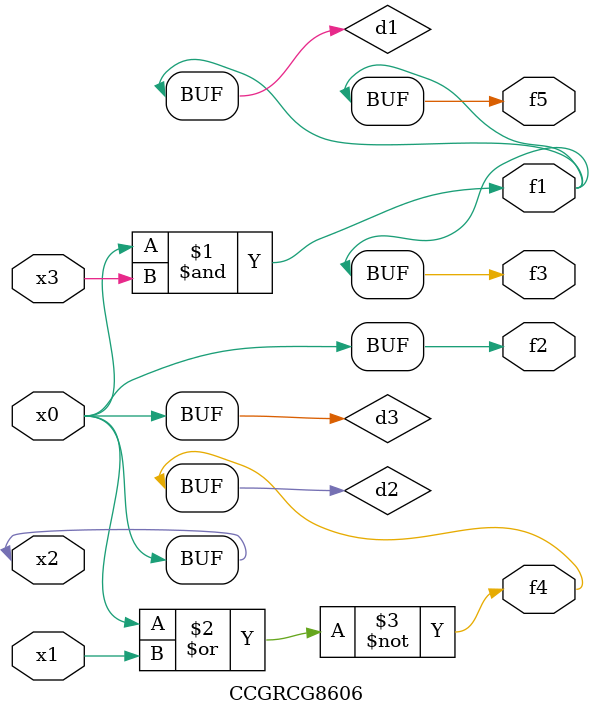
<source format=v>
module CCGRCG8606(
	input x0, x1, x2, x3,
	output f1, f2, f3, f4, f5
);

	wire d1, d2, d3;

	and (d1, x2, x3);
	nor (d2, x0, x1);
	buf (d3, x0, x2);
	assign f1 = d1;
	assign f2 = d3;
	assign f3 = d1;
	assign f4 = d2;
	assign f5 = d1;
endmodule

</source>
